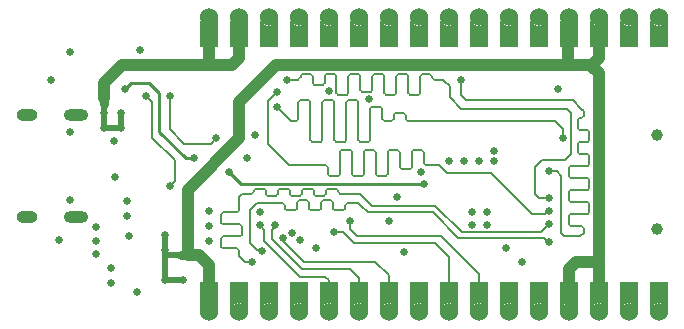
<source format=gbr>
%TF.GenerationSoftware,Altium Limited,Altium Designer,25.4.2 (15)*%
G04 Layer_Physical_Order=4*
G04 Layer_Color=16711680*
%FSLAX45Y45*%
%MOMM*%
%TF.SameCoordinates,D428E1E4-D561-4EBD-83AA-0298DF20FA0A*%
%TF.FilePolarity,Positive*%
%TF.FileFunction,Copper,L4,Bot,Signal*%
%TF.Part,Single*%
G01*
G75*
%TA.AperFunction,Conductor*%
%ADD34C,0.25400*%
%ADD35C,0.50800*%
%ADD36C,0.20000*%
%ADD38C,1.01600*%
%ADD39C,0.20378*%
%TA.AperFunction,ComponentPad*%
%ADD41O,2.10000X1.00000*%
%ADD42O,1.80000X1.00000*%
%ADD43C,0.65000*%
%ADD44C,1.00000*%
%ADD45C,1.52400*%
%TA.AperFunction,ViaPad*%
%ADD46C,0.66040*%
%TA.AperFunction,Conductor*%
%ADD47C,0.76200*%
G36*
X-893100Y-985655D02*
X-1045500D01*
Y-1239655D01*
X-1044848Y-1229709D01*
X-1039700Y-1210494D01*
X-1029754Y-1193267D01*
X-1015688Y-1179201D01*
X-998461Y-1169255D01*
X-979246Y-1164107D01*
X-959354D01*
X-940140Y-1169255D01*
X-922913Y-1179201D01*
X-908847Y-1193267D01*
X-898901Y-1210494D01*
X-893752Y-1229709D01*
X-893100Y-1239655D01*
D01*
Y-985655D01*
D02*
G37*
G36*
X-639100D02*
X-791500D01*
Y-1239655D01*
X-790848Y-1229709D01*
X-785700Y-1210494D01*
X-775754Y-1193267D01*
X-761688Y-1179201D01*
X-744461Y-1169255D01*
X-725246Y-1164107D01*
X-705354D01*
X-686140Y-1169255D01*
X-668913Y-1179201D01*
X-654847Y-1193267D01*
X-644901Y-1210494D01*
X-639752Y-1229709D01*
X-639100Y-1239655D01*
D01*
Y-985655D01*
D02*
G37*
G36*
X-385100D02*
X-537500D01*
Y-1239655D01*
X-536848Y-1229709D01*
X-531700Y-1210494D01*
X-521754Y-1193267D01*
X-507688Y-1179201D01*
X-490461Y-1169255D01*
X-471246Y-1164107D01*
X-451354D01*
X-432140Y-1169255D01*
X-414913Y-1179201D01*
X-400847Y-1193267D01*
X-390901Y-1210494D01*
X-385752Y-1229709D01*
X-385100Y-1239655D01*
D01*
Y-985655D01*
D02*
G37*
G36*
X-131100D02*
X-283500D01*
Y-1239655D01*
X-282848Y-1229709D01*
X-277700Y-1210494D01*
X-267754Y-1193267D01*
X-253688Y-1179201D01*
X-236461Y-1169255D01*
X-217246Y-1164107D01*
X-197354D01*
X-178140Y-1169255D01*
X-160913Y-1179201D01*
X-146847Y-1193267D01*
X-136901Y-1210494D01*
X-131752Y-1229709D01*
X-131100Y-1239655D01*
D01*
Y-985655D01*
D02*
G37*
G36*
X122900D02*
X-29500D01*
Y-1239655D01*
X-28848Y-1229709D01*
X-23700Y-1210494D01*
X-13754Y-1193267D01*
X312Y-1179201D01*
X17539Y-1169255D01*
X36754Y-1164107D01*
X56646D01*
X75860Y-1169255D01*
X93087Y-1179201D01*
X107153Y-1193267D01*
X117099Y-1210494D01*
X122248Y-1229709D01*
X122900Y-1239655D01*
D01*
Y-985655D01*
D02*
G37*
G36*
X376900D02*
X224500D01*
Y-1239655D01*
X225152Y-1229709D01*
X230300Y-1210494D01*
X240246Y-1193267D01*
X254312Y-1179201D01*
X271539Y-1169255D01*
X290754Y-1164107D01*
X310646D01*
X329860Y-1169255D01*
X347087Y-1179201D01*
X361153Y-1193267D01*
X371099Y-1210494D01*
X376248Y-1229709D01*
X376900Y-1239655D01*
D01*
Y-985655D01*
D02*
G37*
G36*
X630900D02*
X478500D01*
Y-1239655D01*
X479152Y-1229709D01*
X484300Y-1210494D01*
X494246Y-1193267D01*
X508312Y-1179201D01*
X525539Y-1169255D01*
X544754Y-1164107D01*
X564646D01*
X583860Y-1169255D01*
X601087Y-1179201D01*
X615153Y-1193267D01*
X625099Y-1210494D01*
X630248Y-1229709D01*
X630900Y-1239655D01*
D01*
Y-985655D01*
D02*
G37*
G36*
X884900D02*
X732500D01*
Y-1239655D01*
X733152Y-1229709D01*
X738300Y-1210494D01*
X748246Y-1193267D01*
X762312Y-1179201D01*
X779539Y-1169255D01*
X798754Y-1164107D01*
X818646D01*
X837860Y-1169255D01*
X855087Y-1179201D01*
X869153Y-1193267D01*
X879099Y-1210494D01*
X884248Y-1229709D01*
X884900Y-1239655D01*
D01*
Y-985655D01*
D02*
G37*
G36*
X-1045500Y1006345D02*
X-893100D01*
Y1260345D01*
X-893752Y1250399D01*
X-898901Y1231185D01*
X-908847Y1213958D01*
X-922913Y1199892D01*
X-940140Y1189946D01*
X-959354Y1184797D01*
X-979246D01*
X-998461Y1189946D01*
X-1015688Y1199892D01*
X-1029754Y1213958D01*
X-1039700Y1231185D01*
X-1044848Y1250399D01*
X-1045500Y1260345D01*
D01*
Y1006345D01*
D02*
G37*
G36*
X-791500D02*
X-639100D01*
Y1260345D01*
X-639752Y1250399D01*
X-644901Y1231185D01*
X-654847Y1213958D01*
X-668913Y1199892D01*
X-686140Y1189946D01*
X-705354Y1184797D01*
X-725246D01*
X-744461Y1189946D01*
X-761688Y1199892D01*
X-775754Y1213958D01*
X-785700Y1231185D01*
X-790848Y1250399D01*
X-791500Y1260345D01*
D01*
Y1006345D01*
D02*
G37*
G36*
X-537500D02*
X-385100D01*
Y1260345D01*
X-385752Y1250399D01*
X-390901Y1231185D01*
X-400847Y1213958D01*
X-414913Y1199892D01*
X-432140Y1189946D01*
X-451354Y1184797D01*
X-471246D01*
X-490461Y1189946D01*
X-507688Y1199892D01*
X-521754Y1213958D01*
X-531700Y1231185D01*
X-536848Y1250399D01*
X-537500Y1260345D01*
D01*
Y1006345D01*
D02*
G37*
G36*
X-283500D02*
X-131100D01*
Y1260345D01*
X-131752Y1250399D01*
X-136901Y1231185D01*
X-146847Y1213958D01*
X-160913Y1199892D01*
X-178140Y1189946D01*
X-197354Y1184797D01*
X-217246D01*
X-236461Y1189946D01*
X-253688Y1199892D01*
X-267754Y1213958D01*
X-277700Y1231185D01*
X-282848Y1250399D01*
X-283500Y1260345D01*
D01*
Y1006345D01*
D02*
G37*
G36*
X-29500D02*
X122900D01*
Y1260345D01*
X122248Y1250399D01*
X117099Y1231185D01*
X107153Y1213958D01*
X93087Y1199892D01*
X75860Y1189946D01*
X56646Y1184797D01*
X36754D01*
X17539Y1189946D01*
X312Y1199892D01*
X-13754Y1213958D01*
X-23700Y1231185D01*
X-28848Y1250399D01*
X-29500Y1260345D01*
D01*
Y1006345D01*
D02*
G37*
G36*
X224500D02*
X376900D01*
Y1260345D01*
X376248Y1250399D01*
X371099Y1231185D01*
X361153Y1213958D01*
X347087Y1199892D01*
X329860Y1189946D01*
X310646Y1184797D01*
X290754D01*
X271539Y1189946D01*
X254312Y1199892D01*
X240246Y1213958D01*
X230300Y1231185D01*
X225152Y1250399D01*
X224500Y1260345D01*
D01*
Y1006345D01*
D02*
G37*
G36*
X478500D02*
X630900D01*
Y1260345D01*
X630248Y1250399D01*
X625099Y1231185D01*
X615153Y1213958D01*
X601087Y1199892D01*
X583860Y1189946D01*
X564646Y1184797D01*
X544754D01*
X525539Y1189946D01*
X508312Y1199892D01*
X494246Y1213958D01*
X484300Y1231185D01*
X479152Y1250399D01*
X478500Y1260345D01*
D01*
Y1006345D01*
D02*
G37*
G36*
X732500D02*
X884900D01*
Y1260345D01*
X884248Y1250399D01*
X879099Y1231185D01*
X869153Y1213958D01*
X855087Y1199892D01*
X837860Y1189946D01*
X818646Y1184797D01*
X798754D01*
X779539Y1189946D01*
X762312Y1199892D01*
X748246Y1213958D01*
X738300Y1231185D01*
X733152Y1250399D01*
X732500Y1260345D01*
D01*
Y1006345D01*
D02*
G37*
G36*
X1138900Y-985655D02*
X986500D01*
Y-1239655D01*
X987152Y-1229709D01*
X992300Y-1210494D01*
X1002246Y-1193267D01*
X1016312Y-1179201D01*
X1033539Y-1169255D01*
X1052754Y-1164107D01*
X1072646D01*
X1091860Y-1169255D01*
X1109087Y-1179201D01*
X1123153Y-1193267D01*
X1133099Y-1210494D01*
X1138248Y-1229709D01*
X1138900Y-1239655D01*
D01*
Y-985655D01*
D02*
G37*
G36*
X1392900D02*
X1240500D01*
Y-1239655D01*
X1241152Y-1229709D01*
X1246300Y-1210494D01*
X1256246Y-1193267D01*
X1270312Y-1179201D01*
X1287539Y-1169255D01*
X1306754Y-1164107D01*
X1326646D01*
X1345860Y-1169255D01*
X1363087Y-1179201D01*
X1377153Y-1193267D01*
X1387099Y-1210494D01*
X1392248Y-1229709D01*
X1392900Y-1239655D01*
D01*
Y-985655D01*
D02*
G37*
G36*
X1646900D02*
X1494500D01*
Y-1239655D01*
X1495152Y-1229709D01*
X1500300Y-1210494D01*
X1510246Y-1193267D01*
X1524312Y-1179201D01*
X1541539Y-1169255D01*
X1560754Y-1164107D01*
X1580646D01*
X1599860Y-1169255D01*
X1617087Y-1179201D01*
X1631153Y-1193267D01*
X1641099Y-1210494D01*
X1646248Y-1229709D01*
X1646900Y-1239655D01*
D01*
Y-985655D01*
D02*
G37*
G36*
X1900900D02*
X1748500D01*
Y-1239655D01*
X1749152Y-1229709D01*
X1754300Y-1210494D01*
X1764246Y-1193267D01*
X1778312Y-1179201D01*
X1795539Y-1169255D01*
X1814754Y-1164107D01*
X1834646D01*
X1853860Y-1169255D01*
X1871087Y-1179201D01*
X1885153Y-1193267D01*
X1895099Y-1210494D01*
X1900248Y-1229709D01*
X1900900Y-1239655D01*
D01*
Y-985655D01*
D02*
G37*
G36*
X2154900D02*
X2002500D01*
Y-1239655D01*
X2003152Y-1229709D01*
X2008300Y-1210494D01*
X2018246Y-1193267D01*
X2032312Y-1179201D01*
X2049539Y-1169255D01*
X2068754Y-1164107D01*
X2088646D01*
X2107860Y-1169255D01*
X2125087Y-1179201D01*
X2139153Y-1193267D01*
X2149099Y-1210494D01*
X2154248Y-1229709D01*
X2154900Y-1239655D01*
D01*
Y-985655D01*
D02*
G37*
G36*
X2408900D02*
X2256500D01*
Y-1239655D01*
X2257152Y-1229709D01*
X2262300Y-1210494D01*
X2272246Y-1193267D01*
X2286312Y-1179201D01*
X2303539Y-1169255D01*
X2322754Y-1164107D01*
X2342646D01*
X2361860Y-1169255D01*
X2379087Y-1179201D01*
X2393153Y-1193267D01*
X2403099Y-1210494D01*
X2408248Y-1229709D01*
X2408900Y-1239655D01*
D01*
Y-985655D01*
D02*
G37*
G36*
X2662900D02*
X2510500D01*
Y-1239655D01*
X2511152Y-1229709D01*
X2516300Y-1210494D01*
X2526246Y-1193267D01*
X2540312Y-1179201D01*
X2557539Y-1169255D01*
X2576754Y-1164107D01*
X2596646D01*
X2615860Y-1169255D01*
X2633087Y-1179201D01*
X2647153Y-1193267D01*
X2657099Y-1210494D01*
X2662248Y-1229709D01*
X2662900Y-1239655D01*
D01*
Y-985655D01*
D02*
G37*
G36*
X2916900D02*
X2764500D01*
Y-1239655D01*
X2765152Y-1229709D01*
X2770300Y-1210494D01*
X2780246Y-1193267D01*
X2794312Y-1179201D01*
X2811539Y-1169255D01*
X2830754Y-1164107D01*
X2850646D01*
X2869860Y-1169255D01*
X2887087Y-1179201D01*
X2901153Y-1193267D01*
X2911099Y-1210494D01*
X2916248Y-1229709D01*
X2916900Y-1239655D01*
D01*
Y-985655D01*
D02*
G37*
G36*
X986500Y1006345D02*
X1138900D01*
Y1260345D01*
X1138248Y1250399D01*
X1133099Y1231185D01*
X1123153Y1213958D01*
X1109087Y1199892D01*
X1091860Y1189946D01*
X1072646Y1184797D01*
X1052754D01*
X1033539Y1189946D01*
X1016312Y1199892D01*
X1002246Y1213958D01*
X992300Y1231185D01*
X987152Y1250399D01*
X986500Y1260345D01*
D01*
Y1006345D01*
D02*
G37*
G36*
X1240500D02*
X1392900D01*
Y1260345D01*
X1392248Y1250399D01*
X1387099Y1231185D01*
X1377153Y1213958D01*
X1363087Y1199892D01*
X1345860Y1189946D01*
X1326646Y1184797D01*
X1306754D01*
X1287539Y1189946D01*
X1270312Y1199892D01*
X1256246Y1213958D01*
X1246300Y1231185D01*
X1241152Y1250399D01*
X1240500Y1260345D01*
D01*
Y1006345D01*
D02*
G37*
G36*
X1494500D02*
X1646900D01*
Y1260345D01*
X1646248Y1250399D01*
X1641099Y1231185D01*
X1631153Y1213958D01*
X1617087Y1199892D01*
X1599860Y1189946D01*
X1580646Y1184797D01*
X1560754D01*
X1541539Y1189946D01*
X1524312Y1199892D01*
X1510246Y1213958D01*
X1500300Y1231185D01*
X1495152Y1250399D01*
X1494500Y1260345D01*
D01*
Y1006345D01*
D02*
G37*
G36*
X1748500D02*
X1900900D01*
Y1260345D01*
X1900248Y1250399D01*
X1895099Y1231185D01*
X1885153Y1213958D01*
X1871087Y1199892D01*
X1853860Y1189946D01*
X1834646Y1184797D01*
X1814754D01*
X1795539Y1189946D01*
X1778312Y1199892D01*
X1764246Y1213958D01*
X1754300Y1231185D01*
X1749152Y1250399D01*
X1748500Y1260345D01*
D01*
Y1006345D01*
D02*
G37*
G36*
X2002500D02*
X2154900D01*
Y1260345D01*
X2154248Y1250399D01*
X2149099Y1231185D01*
X2139153Y1213958D01*
X2125087Y1199892D01*
X2107860Y1189946D01*
X2088646Y1184797D01*
X2068754D01*
X2049539Y1189946D01*
X2032312Y1199892D01*
X2018246Y1213958D01*
X2008300Y1231185D01*
X2003152Y1250399D01*
X2002500Y1260345D01*
D01*
Y1006345D01*
D02*
G37*
G36*
X2256500D02*
X2408900D01*
Y1260345D01*
X2408248Y1250399D01*
X2403099Y1231185D01*
X2393153Y1213958D01*
X2379087Y1199892D01*
X2361860Y1189946D01*
X2342646Y1184797D01*
X2322754D01*
X2303539Y1189946D01*
X2286312Y1199892D01*
X2272246Y1213958D01*
X2262300Y1231185D01*
X2257152Y1250399D01*
X2256500Y1260345D01*
D01*
Y1006345D01*
D02*
G37*
G36*
X2510500D02*
X2662900D01*
Y1260345D01*
X2662248Y1250399D01*
X2657099Y1231185D01*
X2647153Y1213958D01*
X2633087Y1199892D01*
X2615860Y1189946D01*
X2596646Y1184797D01*
X2576754D01*
X2557539Y1189946D01*
X2540312Y1199892D01*
X2526246Y1213958D01*
X2516300Y1231185D01*
X2511152Y1250399D01*
X2510500Y1260345D01*
D01*
Y1006345D01*
D02*
G37*
G36*
X2764500D02*
X2916900D01*
Y1260345D01*
X2916248Y1250399D01*
X2911099Y1231185D01*
X2901153Y1213958D01*
X2887087Y1199892D01*
X2869860Y1189946D01*
X2850646Y1184797D01*
X2830754D01*
X2811539Y1189946D01*
X2794312Y1199892D01*
X2780246Y1213958D01*
X2770300Y1231185D01*
X2765152Y1250399D01*
X2764500Y1260345D01*
D01*
Y1006345D01*
D02*
G37*
D34*
X-1388022Y287525D02*
Y612645D01*
X-1474382Y699005D02*
X-1388022Y612645D01*
X-1629322Y699005D02*
X-1474382D01*
X-1161962Y61465D02*
X-1095922D01*
X-1388022Y287525D02*
X-1161962Y61465D01*
X-1677582Y650745D02*
X-1629322Y699005D01*
X-796202Y-55375D02*
X-697142Y-154435D01*
X854798D01*
D35*
X-1342302Y-710695D02*
X-1338178D01*
X-1342302Y-964695D02*
X-1189902D01*
X-1342302D02*
Y-753875D01*
X-1339872Y-756305D01*
X-1204580D01*
X-1342302Y-753875D02*
Y-710695D01*
X-1857922Y320545D02*
X-1713142D01*
Y447545D01*
X-1342302Y-710695D02*
Y-583695D01*
X-1857360Y448108D02*
Y518775D01*
X-1857922Y447545D02*
X-1857360Y448108D01*
X-1857922Y320545D02*
Y447545D01*
D36*
X696519Y398965D02*
G03*
X716519Y378965I20000J0D01*
G01*
X696519Y427273D02*
G03*
X681327Y442465I-15192J0D01*
G01*
X610431D02*
G03*
X595239Y427273I0J-15192D01*
G01*
X575239Y378965D02*
G03*
X595239Y398965I0J20000D01*
G01*
X499019D02*
G03*
X519019Y378965I20000J0D01*
G01*
X499019Y483634D02*
G03*
X483827Y498826I-15192J0D01*
G01*
X412931D02*
G03*
X397739Y483634I0J-15192D01*
G01*
X382547Y201165D02*
G03*
X397739Y216357I0J15192D01*
G01*
X296459D02*
G03*
X311651Y201165I15192J0D01*
G01*
X296459Y541573D02*
G03*
X281267Y556765I-15192J0D01*
G01*
X210371D02*
G03*
X195179Y541573I0J-15192D01*
G01*
X179987Y201165D02*
G03*
X195179Y216357I0J15192D01*
G01*
X93899D02*
G03*
X109091Y201165I15192J0D01*
G01*
X93899Y541573D02*
G03*
X78707Y556765I-15192J0D01*
G01*
X7811D02*
G03*
X-7381Y541573I0J-15192D01*
G01*
X-22573Y201165D02*
G03*
X-7381Y216357I0J15192D01*
G01*
X-108661D02*
G03*
X-93469Y201165I15192J0D01*
G01*
X-108661Y541573D02*
G03*
X-123853Y556765I-15192J0D01*
G01*
X-194749D02*
G03*
X-209941Y541573I0J-15192D01*
G01*
X-229941Y378965D02*
G03*
X-209941Y398965I0J20000D01*
G01*
X921918Y749485D02*
G03*
X941918Y729485I20000J0D01*
G01*
X921918Y757954D02*
G03*
X906726Y773146I-15192J0D01*
G01*
X835830D02*
G03*
X820638Y757954I0J-15192D01*
G01*
X805446Y602485D02*
G03*
X820638Y617677I0J15192D01*
G01*
X719358D02*
G03*
X734550Y602485I15192J0D01*
G01*
X719358Y757954D02*
G03*
X704166Y773146I-15192J0D01*
G01*
X633271D02*
G03*
X618079Y757954I0J-15192D01*
G01*
X602887Y602485D02*
G03*
X618079Y617677I0J15192D01*
G01*
X516799D02*
G03*
X531991Y602485I15192J0D01*
G01*
X516799Y757954D02*
G03*
X501607Y773146I-15192J0D01*
G01*
X430711D02*
G03*
X415519Y757954I0J-15192D01*
G01*
X400327Y624865D02*
G03*
X415519Y640057I0J15192D01*
G01*
X314239D02*
G03*
X329431Y624865I15192J0D01*
G01*
X314239Y757954D02*
G03*
X299047Y773146I-15192J0D01*
G01*
X228151D02*
G03*
X212959Y757954I0J-15192D01*
G01*
X197767Y602485D02*
G03*
X212959Y617677I0J15192D01*
G01*
X111679D02*
G03*
X126871Y602485I15192J0D01*
G01*
X111679Y757954D02*
G03*
X96487Y773146I-15192J0D01*
G01*
X25591D02*
G03*
X10399Y757954I0J-15192D01*
G01*
X-4793Y682870D02*
G03*
X10399Y698062I0J15192D01*
G01*
X-90881D02*
G03*
X-75689Y682870I15192J0D01*
G01*
X-90881Y757954D02*
G03*
X-106073Y773146I-15192J0D01*
G01*
X-176969D02*
G03*
X-192161Y757954I0J-15192D01*
G01*
X-212161Y729485D02*
G03*
X-192161Y749485I0J20000D01*
G01*
X2186078Y403546D02*
G03*
X2206078Y423546I0J20000D01*
G01*
X2172370Y403546D02*
G03*
X2157178Y388354I0J-15192D01*
G01*
Y317458D02*
G03*
X2172370Y302266I15192J0D01*
G01*
X2252278Y287074D02*
G03*
X2237086Y302266I-15192J0D01*
G01*
Y200986D02*
G03*
X2252278Y216178I0J15192D01*
G01*
X2172370Y200986D02*
G03*
X2157178Y185794I0J-15192D01*
G01*
Y114898D02*
G03*
X2172370Y99706I15192J0D01*
G01*
X2252278Y84514D02*
G03*
X2237086Y99706I-15192J0D01*
G01*
Y-1574D02*
G03*
X2252278Y13618I0J15192D01*
G01*
X2094270Y-1574D02*
G03*
X2079078Y-16766I0J-15192D01*
G01*
Y-87661D02*
G03*
X2094270Y-102853I15192J0D01*
G01*
X2252278Y-118045D02*
G03*
X2237086Y-102853I-15192J0D01*
G01*
Y-204133D02*
G03*
X2252278Y-188941I0J15192D01*
G01*
X2094270Y-204133D02*
G03*
X2079078Y-219325I0J-15192D01*
G01*
Y-290221D02*
G03*
X2094270Y-305413I15192J0D01*
G01*
X2252278Y-320605D02*
G03*
X2237086Y-305413I-15192J0D01*
G01*
Y-406693D02*
G03*
X2252278Y-391501I0J15192D01*
G01*
X2094270Y-406693D02*
G03*
X2079078Y-421885I0J-15192D01*
G01*
Y-492781D02*
G03*
X2094270Y-507973I15192J0D01*
G01*
X2206078Y-527973D02*
G03*
X2186078Y-507973I-20000J0D01*
G01*
X40277Y-14895D02*
G03*
X20277Y5105I-20000J0D01*
G01*
X40277Y-71113D02*
G03*
X55469Y-86305I15192J0D01*
G01*
X126365D02*
G03*
X141557Y-71113I0J15192D01*
G01*
X156749Y132105D02*
G03*
X141557Y116913I0J-15192D01*
G01*
X242837D02*
G03*
X227645Y132105I-15192J0D01*
G01*
X242837Y-71113D02*
G03*
X258029Y-86305I15192J0D01*
G01*
X328925D02*
G03*
X344117Y-71113I0J15192D01*
G01*
X359309Y132105D02*
G03*
X344117Y116913I0J-15192D01*
G01*
X445397D02*
G03*
X430205Y132105I-15192J0D01*
G01*
X445397Y-71113D02*
G03*
X460589Y-86305I15192J0D01*
G01*
X531485D02*
G03*
X546677Y-71113I0J15192D01*
G01*
X561869Y132105D02*
G03*
X546677Y116913I0J-15192D01*
G01*
X647957D02*
G03*
X632765Y132105I-15192J0D01*
G01*
X647957Y-13440D02*
G03*
X663149Y-28632I15192J0D01*
G01*
X734045D02*
G03*
X749236Y-13440I0J15192D01*
G01*
X764428Y132105D02*
G03*
X749236Y116913I0J-15192D01*
G01*
X850516D02*
G03*
X835324Y132105I-15192J0D01*
G01*
X850516Y25105D02*
G03*
X870516Y5105I20000J0D01*
G01*
X46700Y-1239655D02*
Y-968725D01*
X16630Y-938654D02*
X46700Y-968725D01*
X-1301100Y307955D02*
X-1179070Y185925D01*
X-951142D02*
X-905422Y231645D01*
X-1179070Y185925D02*
X-951142D01*
X-1258482Y-129487D02*
Y46225D01*
X-1301100Y-172105D02*
X-1258482Y-129487D01*
X-1448982Y236725D02*
X-1258482Y46225D01*
X-1448982Y236725D02*
Y536177D01*
X-1502700Y589895D02*
X-1448982Y536177D01*
X-1301100Y307955D02*
Y589895D01*
X999578Y-596395D02*
X1316700Y-913517D01*
X283298Y-596395D02*
X999578D01*
X-537122Y-505239D02*
X-499400Y-542961D01*
Y-635985D02*
Y-542961D01*
X716519Y378965D02*
X768438D01*
X696519Y398965D02*
Y427273D01*
X610431Y442465D02*
X681327D01*
X595239Y398965D02*
Y427273D01*
X565238Y378965D02*
X575239D01*
X768438D02*
X1964778D01*
X519019D02*
X565238D01*
X499019Y398965D02*
Y483634D01*
X412931Y498826D02*
X483827D01*
X397739Y216357D02*
Y483634D01*
X311651Y201165D02*
X382547D01*
X296459Y216357D02*
Y541573D01*
X210371Y556765D02*
X281267D01*
X195179Y216357D02*
Y541573D01*
X109091Y201165D02*
X179987D01*
X93899Y216357D02*
Y541573D01*
X7811Y556765D02*
X78707D01*
X-7381Y216357D02*
Y541573D01*
X-93469Y201165D02*
X-22573D01*
X-108661Y216357D02*
Y541573D01*
X-194749Y556765D02*
X-123853D01*
X-209941Y398965D02*
Y541573D01*
X-239942Y378965D02*
X-229941D01*
X-270422D02*
X-239942D01*
X-392342Y500885D02*
X-270422Y378965D01*
X1014723Y729485D02*
X1022780Y721429D01*
X941918Y729485D02*
X1014723D01*
X921918Y749485D02*
Y757954D01*
X835830Y773146D02*
X906726D01*
X820638Y617677D02*
Y757954D01*
X734550Y602485D02*
X805446D01*
X719358Y617677D02*
Y757954D01*
X633271Y773146D02*
X704166D01*
X618079Y617677D02*
Y757954D01*
X531991Y602485D02*
X602887D01*
X516799Y617677D02*
Y757954D01*
X430711Y773146D02*
X501607D01*
X415519Y640057D02*
Y757954D01*
X329431Y624865D02*
X400327D01*
X314239Y640057D02*
Y757954D01*
X228151Y773146D02*
X299047D01*
X212959Y617677D02*
Y757954D01*
X126871Y602485D02*
X197767D01*
X111679Y617677D02*
Y757954D01*
X25591Y773146D02*
X96487D01*
X10399Y698062D02*
Y757954D01*
X-75689Y682870D02*
X-4793D01*
X-90881Y698062D02*
Y757954D01*
X-176969Y773146D02*
X-106073D01*
X-192161Y749485D02*
Y757954D01*
X-222162Y729485D02*
X-212161D01*
X1022780Y721429D02*
X1070698Y673511D01*
X-305982Y729485D02*
X-222162D01*
X1070698Y582165D02*
X1169758Y483105D01*
X1070698Y582165D02*
Y673511D01*
X1169758Y483105D02*
X2066378D01*
X2099398Y450086D01*
X2046058Y46225D02*
X2099398Y99565D01*
Y450086D01*
X1847938Y46225D02*
X2046058D01*
X1964778Y378965D02*
X2033358Y310385D01*
Y236725D02*
Y310385D01*
X2185758Y483105D02*
X2206078Y462785D01*
Y423546D02*
Y462785D01*
X2172370Y403546D02*
X2186078D01*
X2157178Y317458D02*
Y388354D01*
X2172370Y302266D02*
X2237086D01*
X2252278Y216178D02*
Y287074D01*
X2172370Y200986D02*
X2237086D01*
X2157178Y114898D02*
Y185794D01*
X2172370Y99706D02*
X2237086D01*
X2252278Y13618D02*
Y84514D01*
X2094270Y-1574D02*
X2237086D01*
X2079078Y-87661D02*
Y-16766D01*
X2094270Y-102853D02*
X2237086D01*
X2252278Y-188941D02*
Y-118045D01*
X2094270Y-204133D02*
X2237086D01*
X2079078Y-290221D02*
Y-219325D01*
X2094270Y-305413D02*
X2237086D01*
X2252278Y-391501D02*
Y-320605D01*
X2094270Y-406693D02*
X2237086D01*
X2079078Y-492781D02*
Y-421885D01*
X2094270Y-507973D02*
X2186078D01*
X2206078Y-537975D02*
Y-527973D01*
X2112098Y556765D02*
X2185758Y483105D01*
X2206078Y-565915D02*
Y-537975D01*
X1210398Y556765D02*
X2112098D01*
X1164678Y602485D02*
X1210398Y556765D01*
X1164678Y602485D02*
Y724405D01*
X2040978Y-596395D02*
X2175598D01*
X2206078Y-565915D01*
X2015578Y-570995D02*
X2040978Y-596395D01*
X1911438Y-47755D02*
X1980018D01*
X2015578Y-83315D01*
Y-570995D02*
Y-83315D01*
X1902102Y-380495D02*
X1911438D01*
X1876702Y-405895D02*
X1902102Y-380495D01*
X1766658Y-405895D02*
X1876702D01*
X1423758Y-62995D02*
X1766658Y-405895D01*
X1049898Y-62995D02*
X1423758D01*
X981798Y5105D02*
X1049898Y-62995D01*
X-26582Y5105D02*
X20277D01*
X40277Y-71113D02*
Y-14895D01*
X55469Y-86305D02*
X126365D01*
X141557Y-71113D02*
Y116913D01*
X156749Y132105D02*
X227645D01*
X242837Y-71113D02*
Y116913D01*
X258029Y-86305D02*
X328925D01*
X344117Y-71113D02*
Y116913D01*
X359309Y132105D02*
X430205D01*
X445397Y-71113D02*
Y116913D01*
X460589Y-86305D02*
X531485D01*
X546677Y-71113D02*
Y116913D01*
X561869Y132105D02*
X632765D01*
X647957Y-13440D02*
Y116913D01*
X663149Y-28632D02*
X734045D01*
X749236Y-13440D02*
Y116913D01*
X764428Y132105D02*
X835324D01*
X850516Y25105D02*
Y116913D01*
X870516Y5105D02*
X981798D01*
X-292802D02*
X-26582D01*
X-468542Y180846D02*
X-292802Y5105D01*
X-468542Y180846D02*
Y551685D01*
X-392342Y627885D01*
X1822538Y-271275D02*
X1911438D01*
X1789518Y-238255D02*
X1822538Y-271275D01*
X1789518Y-238255D02*
Y-12195D01*
X1847938Y46225D01*
X-332733Y-643304D02*
X-161202Y-814835D01*
X440778D01*
X554700Y-928757D01*
X-341542Y-611635D02*
X-332733Y-620444D01*
Y-643304D02*
Y-620444D01*
X946238Y-657355D02*
X1062700Y-773817D01*
X257898Y-657355D02*
X946238D01*
X1062700Y-1239655D02*
Y-773817D01*
X165731Y-565188D02*
X257898Y-657355D01*
X221960Y-535057D02*
X283298Y-596395D01*
X221960Y-535057D02*
Y-467495D01*
X94611Y-565188D02*
X165731D01*
X92909Y-563486D02*
X94611Y-565188D01*
X1316700Y-1239655D02*
Y-913517D01*
X-435522Y-621795D02*
X-181522Y-875795D01*
X224878D02*
X300700Y-951617D01*
X-181522Y-875795D02*
X224878D01*
X554700Y-1239655D02*
Y-928757D01*
X-435522Y-621795D02*
Y-548155D01*
X300700Y-1239655D02*
Y-951617D01*
X-435522Y-548155D02*
X-405064Y-517697D01*
Y-505239D01*
X-196730Y-938654D02*
X16630D01*
X-499400Y-635985D02*
X-196730Y-938654D01*
D38*
X2337780Y1140645D02*
Y1158425D01*
Y913461D02*
Y1140645D01*
X-1705412Y848975D02*
X-968360D01*
X-1857360Y697028D02*
X-1705412Y848975D01*
X-1857360Y569575D02*
Y697028D01*
X-712382Y541525D02*
X-399962Y853945D01*
X2061298D01*
X-712382Y234185D02*
Y541525D01*
X-1148700Y-202132D02*
X-712382Y234185D01*
X-1148700Y-756305D02*
Y-202132D01*
X2141134Y-814835D02*
X2333078D01*
X2081618Y-874351D02*
X2141134Y-814835D01*
X2081618Y-1137415D02*
Y-874351D01*
X2333078Y-814835D02*
Y785365D01*
Y-1099315D02*
Y-814835D01*
X2278264Y840179D02*
X2333078Y785365D01*
X2278264Y840179D02*
Y853945D01*
X2337780Y913461D01*
X2061298Y853945D02*
X2278264D01*
X2061298D02*
X2071458Y864105D01*
Y1156205D01*
X2333078Y-1099315D02*
X2348318Y-1114555D01*
X2337780Y1158425D02*
X2342860Y1163505D01*
X2332700Y1135565D02*
X2337780Y1140645D01*
X-715300Y908491D02*
Y1260345D01*
X-968360Y848975D02*
X-774816D01*
X-715300Y908491D01*
X-969300Y-1239655D02*
Y-839185D01*
X-1052180Y-756305D02*
X-969300Y-839185D01*
X-1148700Y-756305D02*
X-1052180D01*
X-969300Y1260345D02*
X-968360Y1259406D01*
Y848975D02*
Y1259406D01*
D39*
X205055Y-314455D02*
G03*
X184677Y-334833I0J-20378D01*
G01*
X169428Y-377955D02*
G03*
X184677Y-362706I0J15249D01*
G01*
X83019D02*
G03*
X98267Y-377955I15249J0D01*
G01*
X83019Y-309383D02*
G03*
X67770Y-294135I-15249J0D01*
G01*
X-3391D02*
G03*
X-18640Y-309383I0J-15249D01*
G01*
X-33888Y-377955D02*
G03*
X-18640Y-362706I0J15249D01*
G01*
X-120298D02*
G03*
X-105050Y-377955I15249J0D01*
G01*
X-120298Y-309383D02*
G03*
X-135547Y-294135I-15249J0D01*
G01*
X-206708D02*
G03*
X-221957Y-309383I0J-15249D01*
G01*
X-237205Y-377955D02*
G03*
X-221957Y-362706I0J15249D01*
G01*
X-323615D02*
G03*
X-308366Y-377955I15249J0D01*
G01*
X-323615Y-334833D02*
G03*
X-343993Y-314455I-20378J0D01*
G01*
X123775Y-215336D02*
G03*
X144154Y-235715I20378J0D01*
G01*
X123775Y-212572D02*
G03*
X108527Y-197324I-15249J0D01*
G01*
X37366D02*
G03*
X22117Y-212572I0J-15249D01*
G01*
X6868Y-253756D02*
G03*
X22117Y-238508I0J15249D01*
G01*
X-79541D02*
G03*
X-64293Y-253756I15249J0D01*
G01*
X-79541Y-212572D02*
G03*
X-94790Y-197324I-15249J0D01*
G01*
X-165951D02*
G03*
X-181200Y-212572I0J-15249D01*
G01*
X-196448Y-253756D02*
G03*
X-181200Y-238508I0J15249D01*
G01*
X-282858D02*
G03*
X-267610Y-253756I15249J0D01*
G01*
X-282858Y-212572D02*
G03*
X-298107Y-197324I-15249J0D01*
G01*
X-369268D02*
G03*
X-384517Y-212572I0J-15249D01*
G01*
X-399765Y-253756D02*
G03*
X-384517Y-238508I0J15249D01*
G01*
X-486175D02*
G03*
X-470926Y-253756I15249J0D01*
G01*
X-486175Y-212572D02*
G03*
X-501424Y-197324I-15249J0D01*
G01*
X-572585D02*
G03*
X-587833Y-212572I0J-15249D01*
G01*
X-608212Y-235715D02*
G03*
X-587833Y-215336I0J20378D01*
G01*
X-732761Y-395455D02*
G03*
X-712382Y-375077I0J20378D01*
G01*
X-849534Y-395455D02*
G03*
X-864782Y-410704I0J-15249D01*
G01*
Y-481865D02*
G03*
X-849534Y-497114I15249J0D01*
G01*
X-686721Y-512362D02*
G03*
X-701970Y-497114I-15249J0D01*
G01*
Y-598772D02*
G03*
X-686721Y-583523I0J15249D01*
G01*
X-849534Y-598772D02*
G03*
X-864782Y-614021I0J-15249D01*
G01*
Y-685182D02*
G03*
X-849534Y-700430I15249J0D01*
G01*
X-712382Y-720809D02*
G03*
X-732761Y-700430I-20378J0D01*
G01*
X295998Y-314455D02*
X318858Y-337315D01*
X205055Y-314455D02*
X295998D01*
X184677Y-362706D02*
Y-334833D01*
X98267Y-377955D02*
X169428D01*
X83019Y-362706D02*
Y-309383D01*
X-3391Y-294135D02*
X67770D01*
X-18640Y-362706D02*
Y-309383D01*
X-105050Y-377955D02*
X-33888D01*
X-120298Y-362706D02*
Y-309383D01*
X-206708Y-294135D02*
X-135547D01*
X-221957Y-362706D02*
Y-309383D01*
X-308366Y-377955D02*
X-237205D01*
X-323615Y-362706D02*
Y-334833D01*
X-455842Y-314455D02*
X-343993D01*
X318858Y-337315D02*
X377278Y-395735D01*
X-565062Y-314455D02*
X-455842D01*
X-623482Y-372875D02*
X-565062Y-314455D01*
X-623482Y-657355D02*
Y-372875D01*
Y-657355D02*
X-598082Y-682755D01*
X144154Y-235715D02*
X214718D01*
X123775Y-215336D02*
Y-212572D01*
X37366Y-197324D02*
X108527D01*
X22117Y-238508D02*
Y-212572D01*
X-64293Y-253756D02*
X6868D01*
X-79541Y-238508D02*
Y-212572D01*
X-165951Y-197324D02*
X-94790D01*
X-181200Y-238508D02*
Y-212572D01*
X-267610Y-253756D02*
X-196448D01*
X-282858Y-238508D02*
Y-212572D01*
X-369268Y-197324D02*
X-298107D01*
X-384517Y-238508D02*
Y-212572D01*
X-470926Y-253756D02*
X-399765D01*
X-486175Y-238508D02*
Y-212572D01*
X-572585Y-197324D02*
X-501424D01*
X-587833Y-215336D02*
Y-212572D01*
X-618402Y-235715D02*
X-608212D01*
X214718D02*
X313778D01*
X-686982D02*
X-618402D01*
X-712382Y-375077D02*
Y-289055D01*
X-849534Y-395455D02*
X-732761D01*
X-864782Y-481865D02*
Y-410704D01*
X-849534Y-497114D02*
X-701970D01*
X-686721Y-583523D02*
Y-512362D01*
X-849534Y-598772D02*
X-701970D01*
X-864782Y-685182D02*
Y-614021D01*
X-849534Y-700430D02*
X-732761D01*
X-712382Y-730999D02*
Y-720809D01*
Y-289055D02*
Y-261115D01*
Y-764035D02*
Y-730999D01*
Y-764035D02*
X-664438Y-811979D01*
X-712382Y-261115D02*
X-686982Y-235715D01*
X-664438Y-811979D02*
X-600622D01*
X313778Y-235715D02*
X415378Y-337315D01*
X948778D01*
X-598082Y-682755D02*
X-564247Y-716590D01*
X948778Y-337315D02*
X1172298Y-560835D01*
X-523607Y-716590D02*
X-519342Y-720855D01*
X-564247Y-716590D02*
X-523607D01*
X1172298Y-560835D02*
X1840318D01*
X1911438Y-489715D01*
X925918Y-395735D02*
X1144358Y-614175D01*
X1871142D02*
X1899082Y-642115D01*
X1144358Y-614175D02*
X1871142D01*
X1899082Y-642115D02*
X1911438D01*
X377278Y-395735D02*
X925918D01*
D41*
X-2091192Y429965D02*
D03*
Y-434035D02*
D03*
D42*
X-2509192Y429965D02*
D03*
Y-434035D02*
D03*
D43*
X-2141192Y-291034D02*
D03*
Y286966D02*
D03*
D44*
X2825840Y-538061D02*
D03*
Y261939D02*
D03*
D45*
X2586700Y1260345D02*
D03*
Y-1239655D02*
D03*
X2840700D02*
D03*
Y1260345D02*
D03*
X-969300D02*
D03*
X-715300D02*
D03*
X-969300Y-1239655D02*
D03*
X2078700Y1260345D02*
D03*
Y-1239655D02*
D03*
X2332700Y1260345D02*
D03*
Y-1239655D02*
D03*
X554700D02*
D03*
X808700D02*
D03*
X300700D02*
D03*
X1062700D02*
D03*
X1316700D02*
D03*
X46700D02*
D03*
X-207300D02*
D03*
X-461300D02*
D03*
X-715300D02*
D03*
X1570700D02*
D03*
X1824700D02*
D03*
Y1260345D02*
D03*
X1570700D02*
D03*
X-461300D02*
D03*
X1316700D02*
D03*
X1062700D02*
D03*
X808700D02*
D03*
X-207300D02*
D03*
X554700D02*
D03*
X46700D02*
D03*
X300700D02*
D03*
D46*
X-58420Y-693420D02*
D03*
X-193040Y-632460D02*
D03*
X-261620Y-566420D02*
D03*
X-642620Y66040D02*
D03*
X-581660Y259080D02*
D03*
X1682840Y-817561D02*
D03*
X-1794422Y-868175D02*
D03*
X1990178Y648205D02*
D03*
X-1553122Y975865D02*
D03*
X-1677582Y650745D02*
D03*
X-1095922Y61465D02*
D03*
X-796202Y-55375D02*
D03*
X1258658Y-497625D02*
D03*
X1385658D02*
D03*
X623658Y-263655D02*
D03*
X1545678Y-692915D02*
D03*
X1911438Y-642115D02*
D03*
X854798Y-154435D02*
D03*
X-537122Y-395735D02*
D03*
Y-505239D02*
D03*
X-1342302Y-964695D02*
D03*
X-966382Y-637035D02*
D03*
X-1794422Y-995175D02*
D03*
X-905422Y231645D02*
D03*
X47078Y630425D02*
D03*
X825500Y-50800D02*
D03*
X1449158Y127986D02*
D03*
X-305982Y729485D02*
D03*
X1258658Y-388115D02*
D03*
X1385658D02*
D03*
X1911438Y-380495D02*
D03*
Y-271275D02*
D03*
Y-47755D02*
D03*
X2033358Y236725D02*
D03*
X557240Y-467495D02*
D03*
X1911438Y-489715D02*
D03*
X1322158Y38605D02*
D03*
X1449158D02*
D03*
X1195158D02*
D03*
X1068158D02*
D03*
X-2147482Y963165D02*
D03*
X-2302422Y726945D02*
D03*
X-2241462Y-631955D02*
D03*
X-966382Y-510035D02*
D03*
Y-383035D02*
D03*
X-1926502Y-634495D02*
D03*
Y-748795D02*
D03*
Y-520195D02*
D03*
X-1189902Y-964695D02*
D03*
X-1342302Y-710695D02*
D03*
Y-583695D02*
D03*
X-1643380Y-595020D02*
D03*
X-1661160Y-427380D02*
D03*
Y-300380D02*
D03*
X-1857922Y320545D02*
D03*
X-1713142D02*
D03*
Y447545D02*
D03*
X-1857922D02*
D03*
X-1573442Y-1071375D02*
D03*
X-1766482Y-93475D02*
D03*
X-1769022Y208785D02*
D03*
X92909Y-563486D02*
D03*
X-1301100Y589895D02*
D03*
X-1502700D02*
D03*
X-519342Y-720855D02*
D03*
X-600622Y-811979D02*
D03*
X-1301100Y-172105D02*
D03*
X-392342Y627885D02*
D03*
Y500885D02*
D03*
X-405064Y-505239D02*
D03*
X-341542Y-611635D02*
D03*
X221960Y-467495D02*
D03*
X684240Y-729115D02*
D03*
X1164678Y724405D02*
D03*
X387438Y561845D02*
D03*
D47*
X-1204580Y-756305D02*
X-1148700D01*
X-1857360Y518775D02*
Y569575D01*
%TF.MD5,57afe813b1436cc619adb4ae4aa54712*%
M02*

</source>
